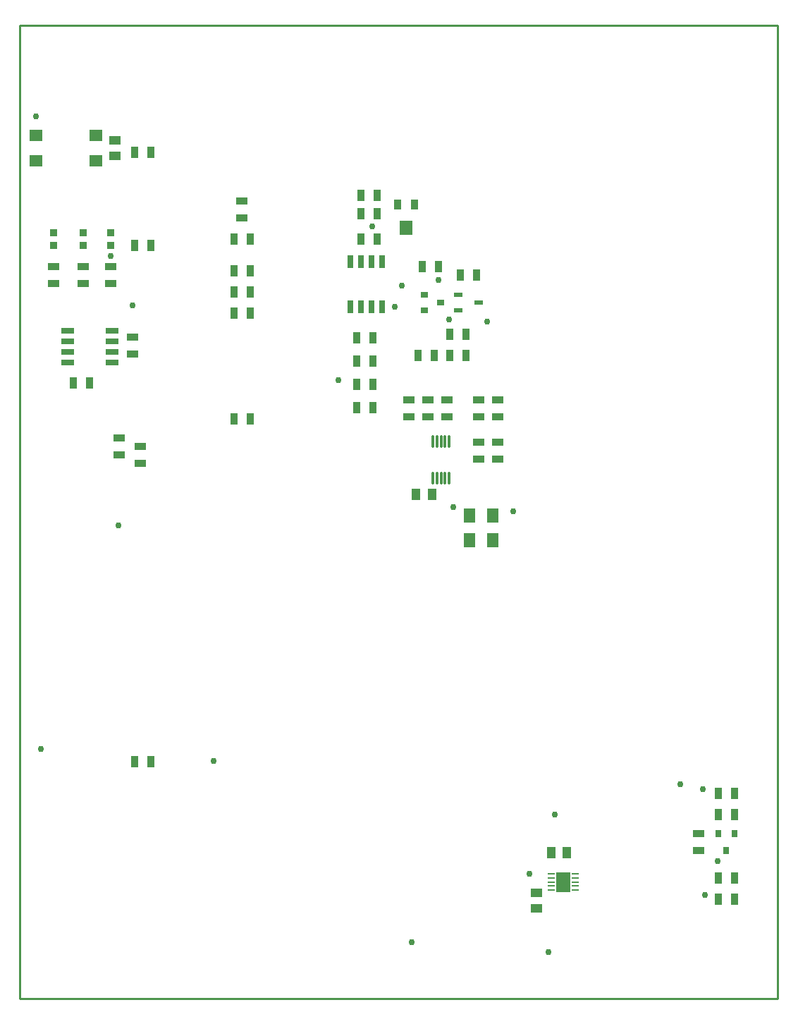
<source format=gtp>
G04*
G04 #@! TF.GenerationSoftware,Altium Limited,Altium Designer,22.1.2 (22)*
G04*
G04 Layer_Color=8421504*
%FSLAX25Y25*%
%MOIN*%
G70*
G04*
G04 #@! TF.SameCoordinates,1FBEEAC3-0BD1-4FD0-85FF-EBB5E8CC558E*
G04*
G04*
G04 #@! TF.FilePolarity,Positive*
G04*
G01*
G75*
%ADD12C,0.01000*%
%ADD23C,0.03000*%
%ADD24R,0.03543X0.03150*%
%ADD25R,0.03543X0.05315*%
%ADD26R,0.06572X0.09800*%
%ADD27R,0.03535X0.01003*%
%ADD28R,0.05512X0.04134*%
%ADD29R,0.04134X0.05512*%
G04:AMPARAMS|DCode=30|XSize=57.09mil|YSize=11.81mil|CornerRadius=2.95mil|HoleSize=0mil|Usage=FLASHONLY|Rotation=270.000|XOffset=0mil|YOffset=0mil|HoleType=Round|Shape=RoundedRectangle|*
%AMROUNDEDRECTD30*
21,1,0.05709,0.00591,0,0,270.0*
21,1,0.05118,0.01181,0,0,270.0*
1,1,0.00591,-0.00295,-0.02559*
1,1,0.00591,-0.00295,0.02559*
1,1,0.00591,0.00295,0.02559*
1,1,0.00591,0.00295,-0.02559*
%
%ADD30ROUNDEDRECTD30*%
%ADD31R,0.05900X0.06700*%
%ADD32R,0.03700X0.04500*%
%ADD33R,0.05315X0.03543*%
%ADD34R,0.03150X0.03543*%
%ADD35R,0.03740X0.03543*%
%ADD36R,0.06299X0.05512*%
%ADD37R,0.06102X0.02559*%
%ADD38R,0.03937X0.02362*%
%ADD39R,0.05709X0.06890*%
%ADD40R,0.02559X0.06102*%
D12*
X358268Y460000D02*
X358268Y0D01*
X0D02*
X358268D01*
X-0Y460000D02*
X0Y0D01*
Y460000D02*
X358268D01*
D23*
X250000Y22000D02*
D03*
X197937Y339614D02*
D03*
X180500Y336851D02*
D03*
X203000Y321000D02*
D03*
X43000Y350943D02*
D03*
X241000Y59000D02*
D03*
X7551Y417000D02*
D03*
X253000Y87000D02*
D03*
X324000Y49000D02*
D03*
X330000Y65000D02*
D03*
X322883Y99117D02*
D03*
X221000Y320000D02*
D03*
X46500Y223500D02*
D03*
X91535Y112205D02*
D03*
X312303Y101378D02*
D03*
X204724Y232283D02*
D03*
X166500Y365000D02*
D03*
X185039Y26575D02*
D03*
X150591Y292323D02*
D03*
X9843Y118110D02*
D03*
X53150Y327756D02*
D03*
X233268Y230315D02*
D03*
X177329Y326929D02*
D03*
D24*
X198937Y329000D02*
D03*
X191063Y325260D02*
D03*
Y332740D02*
D03*
D25*
X195937Y304000D02*
D03*
X188063D02*
D03*
X330063Y87000D02*
D03*
X337937D02*
D03*
X330063Y47000D02*
D03*
X337937D02*
D03*
X330063Y97000D02*
D03*
X337937D02*
D03*
Y57000D02*
D03*
X330063D02*
D03*
X54063Y356000D02*
D03*
X61937D02*
D03*
Y400000D02*
D03*
X54063D02*
D03*
X32937Y291000D02*
D03*
X25063D02*
D03*
X215937Y342000D02*
D03*
X208063D02*
D03*
X167000Y279189D02*
D03*
X159126D02*
D03*
X167000Y290189D02*
D03*
X159126D02*
D03*
X108937Y274000D02*
D03*
X101063D02*
D03*
Y344000D02*
D03*
X108937D02*
D03*
Y359000D02*
D03*
X101063D02*
D03*
Y334000D02*
D03*
X108937D02*
D03*
X161063Y359000D02*
D03*
X168937D02*
D03*
X161063Y379500D02*
D03*
X168937D02*
D03*
Y371000D02*
D03*
X161063D02*
D03*
X203063Y314000D02*
D03*
X210937D02*
D03*
X203063Y304000D02*
D03*
X210937D02*
D03*
X159126Y312189D02*
D03*
X167000D02*
D03*
X54063Y112000D02*
D03*
X61937D02*
D03*
X167000Y301189D02*
D03*
X159126D02*
D03*
X101063Y324000D02*
D03*
X108937D02*
D03*
X190063Y346000D02*
D03*
X197937D02*
D03*
D26*
X256890Y55118D02*
D03*
D27*
X251202Y59055D02*
D03*
X262577D02*
D03*
Y57087D02*
D03*
Y55118D02*
D03*
Y53150D02*
D03*
Y51181D02*
D03*
X251202D02*
D03*
Y53150D02*
D03*
Y55118D02*
D03*
Y57087D02*
D03*
D28*
X45000Y398260D02*
D03*
Y405740D02*
D03*
X244094Y50000D02*
D03*
Y42520D02*
D03*
D29*
X258661Y68898D02*
D03*
X251181D02*
D03*
X194685Y238189D02*
D03*
X187205D02*
D03*
D30*
X202962Y263323D02*
D03*
X200993D02*
D03*
X199025D02*
D03*
X197056D02*
D03*
X195088D02*
D03*
X200993Y246000D02*
D03*
X199025D02*
D03*
X197056D02*
D03*
X195088D02*
D03*
X202962D02*
D03*
D31*
X182480Y364144D02*
D03*
D32*
X178543Y375145D02*
D03*
X186417D02*
D03*
D33*
X30000Y345937D02*
D03*
Y338063D02*
D03*
X43000D02*
D03*
Y345937D02*
D03*
X16000D02*
D03*
Y338063D02*
D03*
X321000Y70063D02*
D03*
Y77937D02*
D03*
X53244Y304685D02*
D03*
Y312559D02*
D03*
X57000Y253063D02*
D03*
Y260937D02*
D03*
X105000Y376937D02*
D03*
Y369063D02*
D03*
X225962Y275063D02*
D03*
Y282937D02*
D03*
X47000Y264937D02*
D03*
Y257063D02*
D03*
X184000Y282937D02*
D03*
Y275063D02*
D03*
X216962Y255063D02*
D03*
Y262937D02*
D03*
X225962Y255063D02*
D03*
Y262937D02*
D03*
X193000Y282937D02*
D03*
Y275063D02*
D03*
X202000Y282937D02*
D03*
Y275063D02*
D03*
X216962Y282937D02*
D03*
Y275063D02*
D03*
D34*
X334000Y70063D02*
D03*
X330260Y77937D02*
D03*
X337740D02*
D03*
D35*
X43000Y362051D02*
D03*
Y355949D02*
D03*
X16000Y362051D02*
D03*
Y355949D02*
D03*
X30000D02*
D03*
Y362051D02*
D03*
D36*
X7551Y407866D02*
D03*
Y396055D02*
D03*
X35898Y407866D02*
D03*
Y396055D02*
D03*
D37*
X43630Y300500D02*
D03*
Y305500D02*
D03*
Y310500D02*
D03*
Y315500D02*
D03*
X22370Y300500D02*
D03*
Y305500D02*
D03*
Y310500D02*
D03*
Y315500D02*
D03*
D38*
X216724Y329000D02*
D03*
X207276Y325260D02*
D03*
Y332740D02*
D03*
D39*
X212450Y216535D02*
D03*
X223474D02*
D03*
Y228346D02*
D03*
X212450D02*
D03*
D40*
X156063Y326929D02*
D03*
X161063D02*
D03*
X166063D02*
D03*
X171063D02*
D03*
X156063Y348189D02*
D03*
X161063D02*
D03*
X166063D02*
D03*
X171063D02*
D03*
M02*

</source>
